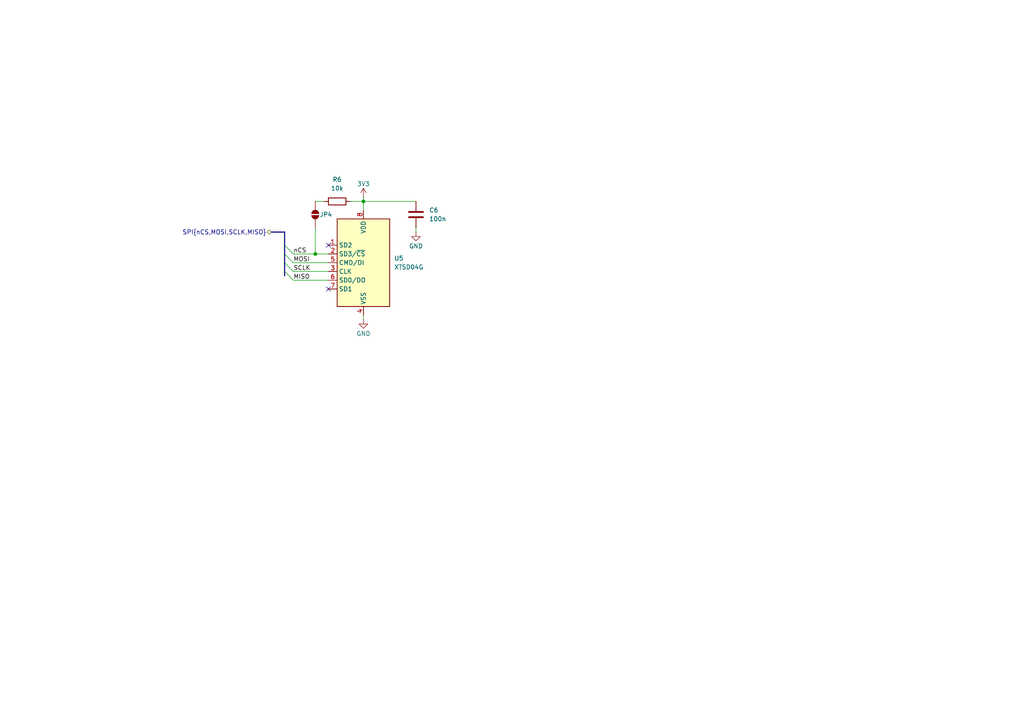
<source format=kicad_sch>
(kicad_sch (version 20231120) (generator "eeschema") (generator_version "8.0")
  (paper "A4")
  (lib_symbols
    (symbol "Device:C" (pin_numbers hide) (pin_names (offset 0.254))
      (property "Reference" "C" (at 0.635 2.54 0))
      (property "Value" "C" (at 0.635 -2.54 0))
      (symbol "C_0_1"
        (polyline (pts (xy -2.032 -0.762) (xy 2.032 -0.762)) (stroke (width 0.508)))
        (polyline (pts (xy -2.032 0.762) (xy 2.032 0.762)) (stroke (width 0.508)))
      )
      (symbol "C_1_1"
        (pin passive line (at 0 3.81 270) (length 2.794) (name "~") (number "1"))
        (pin passive line (at 0 -3.81 90) (length 2.794) (name "~") (number "2"))
      )
    )
    (symbol "Device:R" (pin_numbers hide) (pin_names (offset 0))
      (property "Reference" "R" (at 2.032 0 90))
      (property "Value" "R" (at 0 0 90))
      (symbol "R_0_1"
        (rectangle (start -1.016 -2.54) (end 1.016 2.54) (stroke (width 0.254)))
      )
      (symbol "R_1_1"
        (pin passive line (at 0 3.81 270) (length 1.27) (name "~") (number "1"))
        (pin passive line (at 0 -3.81 90) (length 1.27) (name "~") (number "2"))
      )
    )
    (symbol "Jumper:SolderJumper_2_Open" (pin_numbers hide) (pin_names (offset 0) hide) (exclude_from_sim yes) (in_bom no)
      (property "Reference" "JP" (at 0 2.032 0))
      (property "Value" "SolderJumper_2_Open" (at 0 -2.54 0))
      (symbol "SolderJumper_2_Open_0_1"
        (arc (start -0.254 1.016) (mid -1.2656 0) (end -0.254 -1.016))
        (arc (start -0.254 1.016) (mid -1.2656 0) (end -0.254 -1.016) (fill (type outline)))
        (polyline (pts (xy -0.254 1.016) (xy -0.254 -1.016)))
        (polyline (pts (xy 0.254 1.016) (xy 0.254 -1.016)))
        (arc (start 0.254 -1.016) (mid 1.2656 0) (end 0.254 1.016))
        (arc (start 0.254 -1.016) (mid 1.2656 0) (end 0.254 1.016) (fill (type outline)))
      )
      (symbol "SolderJumper_2_Open_1_1"
        (pin passive line (at -3.81 0 0) (length 2.54) (name "A") (number "1"))
        (pin passive line (at 3.81 0 180) (length 2.54) (name "B") (number "2"))
      )
    )
    (symbol "Memory_Flash:XTSD04G"
      (property "Reference" "U" (at -7.62 15.24 0))
      (property "Value" "XTSD04G" (at 2.54 15.24 0))
      (symbol "XTSD04G_0_1"
        (rectangle (start -7.62 12.7) (end 7.62 -12.7) (stroke (width 0.254)) (fill (type background)))
      )
      (symbol "XTSD04G_1_1"
        (pin bidirectional line (at -10.16 5.08 0) (length 2.54) (name "SD2") (number "1"))
        (pin bidirectional line (at -10.16 2.54 0) (length 2.54) (name "SD3/~{CS}") (number "2"))
        (pin input line (at -10.16 -2.54 0) (length 2.54) (name "CLK") (number "3"))
        (pin power_in line (at 0 -15.24 90) (length 2.54) (name "VSS") (number "4"))
        (pin input line (at -10.16 0 0) (length 2.54) (name "CMD/DI") (number "5"))
        (pin bidirectional line (at -10.16 -5.08 0) (length 2.54) (name "SD0/DO") (number "6"))
        (pin bidirectional line (at -10.16 -7.62 0) (length 2.54) (name "SD1") (number "7"))
        (pin power_in line (at 0 15.24 270) (length 2.54) (name "VDD") (number "8"))
      )
    )
    (symbol "power:GND" (power) (pin_numbers hide) (pin_names (offset 0) hide)
      (property "Value" "GND" (at 0 -3.81 0))
      (symbol "GND_0_1"
        (polyline (pts (xy 0 0) (xy 0 -1.27) (xy 1.27 -1.27) (xy 0 -2.54) (xy -1.27 -1.27) (xy 0 -1.27)))
      )
      (symbol "GND_1_1"
        (pin power_in line (at 0 0 270) (length 0) (name "~") (number "1"))
      )
    )
    (symbol "power:VDD" (power) (pin_numbers hide) (pin_names (offset 0) hide)
      (property "Value" "VDD" (at 0 3.556 0))
      (symbol "VDD_0_1"
        (polyline (pts (xy -0.762 1.27) (xy 0 2.54)))
        (polyline (pts (xy 0 0) (xy 0 2.54)))
        (polyline (pts (xy 0 2.54) (xy 0.762 1.27)))
      )
      (symbol "VDD_1_1"
        (pin power_in line (at 0 0 90) (length 0) (name "~") (number "1"))
      )
    )
  )
  (junction (at 105.41 58.42))
  (junction (at 91.44 73.66))
  (no_connect (at 95.25 83.82))
  (no_connect (at 95.25 71.12))
  (bus_entry (at 82.55 71.12) (size 2.54 2.54))
  (bus_entry (at 82.55 73.66) (size 2.54 2.54))
  (bus_entry (at 82.55 76.2) (size 2.54 2.54))
  (bus_entry (at 82.55 78.74) (size 2.54 2.54))
  (bus (pts (xy 78.74 67.31) (xy 82.55 67.31)))
  (bus (pts (xy 82.55 78.74) (xy 82.55 80.01)))
  (bus (pts (xy 82.55 76.2) (xy 82.55 78.74)))
  (wire (pts (xy 101.6 58.42) (xy 105.41 58.42)))
  (bus (pts (xy 82.55 67.31) (xy 82.55 71.12)))
  (wire (pts (xy 105.41 92.71) (xy 105.41 91.44)))
  (wire (pts (xy 120.65 67.31) (xy 120.65 66.04)))
  (wire (pts (xy 91.44 73.66) (xy 95.25 73.66)))
  (wire (pts (xy 91.44 66.04) (xy 91.44 73.66)))
  (wire (pts (xy 85.09 76.2) (xy 95.25 76.2)))
  (wire (pts (xy 105.41 58.42) (xy 105.41 60.96)))
  (wire (pts (xy 105.41 58.42) (xy 120.65 58.42)))
  (wire (pts (xy 91.44 58.42) (xy 93.98 58.42)))
  (wire (pts (xy 85.09 78.74) (xy 95.25 78.74)))
  (wire (pts (xy 85.09 81.28) (xy 95.25 81.28)))
  (wire (pts (xy 85.09 73.66) (xy 91.44 73.66)))
  (wire (pts (xy 105.41 57.15) (xy 105.41 58.42)))
  (bus (pts (xy 82.55 73.66) (xy 82.55 76.2)))
  (bus (pts (xy 82.55 71.12) (xy 82.55 73.66)))
  (label "nCS" (at 85.09 73.66 0))
  (label "SCLK" (at 85.09 78.74 0))
  (label "MISO" (at 85.09 81.28 0))
  (label "MOSI" (at 85.09 76.2 0))
  (hierarchical_label "SPI{nCS,MOSI,SCLK,MISO}" (shape bidirectional) (at 78.74 67.31 180))
  (symbol (lib_id "Memory_Flash:XTSD04G") (at 105.41 76.2 0) (unit 1)
    (property "Reference" "U5" (at 114.3 74.9299 0) (effects (justify left)))
    (property "Value" "XTSD04G" (at 114.3 77.4699 0) (effects (justify left)))
    (property "Footprint" "Package_LGA:LGA-8_8x6mm_P1.27mm" (effects (hide yes)))
    (property "Datasheet" "https://datasheet.lcsc.com/lcsc/2005251034_XTX-XTSD08GLGEAG_C558840.pdf" (effects (hide yes)))
    (property "Description" "4Gbit NAND flash compliant with SD2.0 interface, 50Mhz 3.3V, LGA-8" (effects (hide yes)))
  )
  (symbol (lib_id "Jumper:SolderJumper_2_Open") (at 91.44 62.23 90) (unit 1) (exclude_from_sim yes) (in_bom no)
    (property "Reference" "JP4" (at 92.71 62.23 90) (effects (justify right)))
    (property "Value" "SD_nCS_Pull_Up" (effects (hide yes)))
    (property "Description" "Solder Jumper, 2-pole, open" (effects (hide yes)))
  )
  (symbol (lib_id "Device:R") (at 97.79 58.42 90) (unit 1)
    (property "Reference" "R6" (at 97.79 52.07 90))
    (property "Value" "10k" (at 97.79 54.61 90))
    (property "Description" "Resistor" (effects (hide yes)))
  )
  (symbol (lib_id "Device:C") (at 120.65 62.23 0) (unit 1)
    (property "Reference" "C6" (at 124.46 60.9599 0) (effects (justify left)))
    (property "Value" "100n" (at 124.46 63.4999 0) (effects (justify left)))
    (property "Description" "Unpolarized capacitor" (effects (hide yes)))
  )
  (symbol (lib_id "power:GND") (at 120.65 67.31 0) (mirror y) (unit 1)
    (property "Reference" "#PWR16" (effects (hide yes)))
    (property "Value" "GND" (at 120.65 71.374 0))
    (property "Description" "Power symbol creates a global label with name \"GND\" , ground" (effects (hide yes)))
  )
  (symbol (lib_id "power:GND") (at 105.41 92.71 0) (mirror y) (unit 1)
    (property "Reference" "#PWR17" (effects (hide yes)))
    (property "Value" "GND" (at 105.41 96.774 0))
    (property "Description" "Power symbol creates a global label with name \"GND\" , ground" (effects (hide yes)))
  )
  (symbol (lib_id "power:VDD") (at 105.41 57.15 0) (unit 1)
    (property "Reference" "#PWR14" (effects (hide yes)))
    (property "Value" "3V3" (at 105.41 53.34 0))
    (property "Description" "Power symbol creates a global label with name \"VDD\"" (effects (hide yes)))
  )
)
</source>
